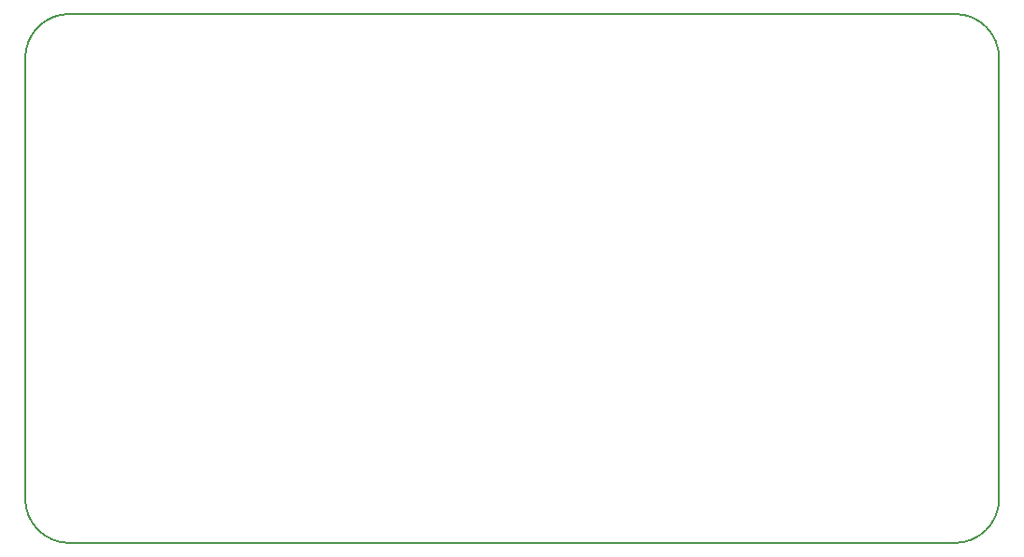
<source format=gm1>
G04 #@! TF.GenerationSoftware,KiCad,Pcbnew,5.0.1-33cea8e~68~ubuntu16.04.1*
G04 #@! TF.CreationDate,2019-04-13T16:09:11-04:00*
G04 #@! TF.ProjectId,fieldeffector,6669656C646566666563746F722E6B69,rev?*
G04 #@! TF.SameCoordinates,Original*
G04 #@! TF.FileFunction,Profile,NP*
%FSLAX46Y46*%
G04 Gerber Fmt 4.6, Leading zero omitted, Abs format (unit mm)*
G04 Created by KiCad (PCBNEW 5.0.1-33cea8e~68~ubuntu16.04.1) date Sat 13 Apr 2019 16:09:11 EDT*
%MOMM*%
%LPD*%
G01*
G04 APERTURE LIST*
%ADD10C,0.150000*%
G04 APERTURE END LIST*
D10*
X153650000Y-132065000D02*
X73400000Y-132065000D01*
X157650000Y-88065000D02*
X157650000Y-128065000D01*
X157650000Y-128065000D02*
G75*
G02X153650000Y-132065000I-4000000J0D01*
G01*
X73400000Y-84065000D02*
X153650000Y-84065000D01*
X153650000Y-84065000D02*
G75*
G02X157650000Y-88065000I0J-4000000D01*
G01*
X69400000Y-88065000D02*
X69400000Y-128065000D01*
X73400000Y-132065000D02*
G75*
G02X69400000Y-128065000I0J4000000D01*
G01*
X69400000Y-88065000D02*
G75*
G02X73400000Y-84065000I4000000J0D01*
G01*
M02*

</source>
